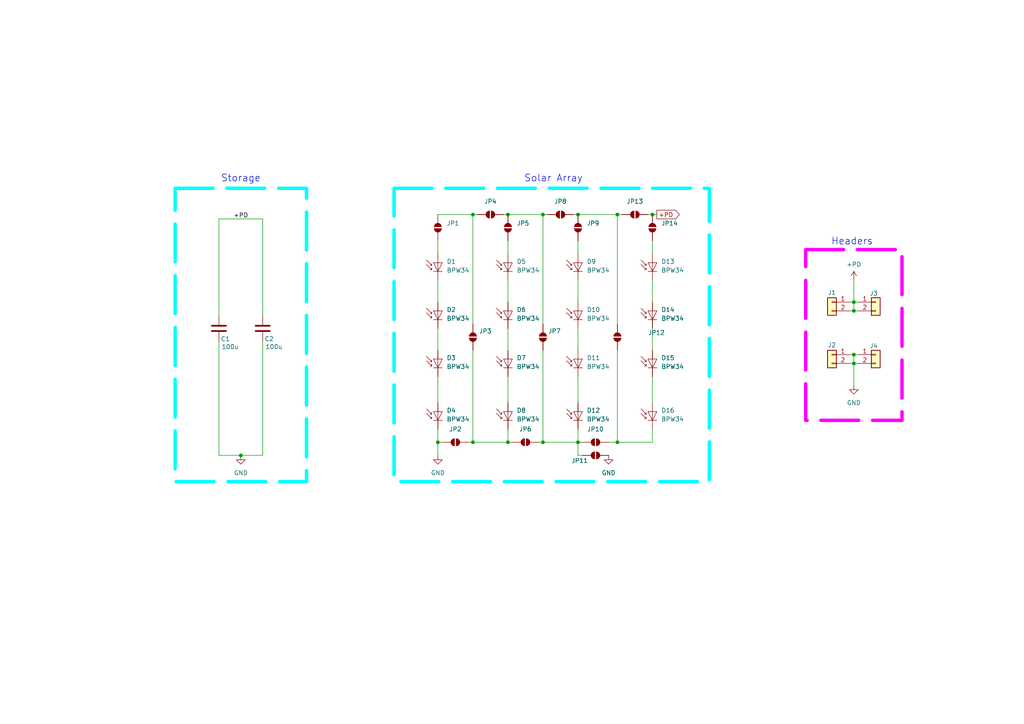
<source format=kicad_sch>
(kicad_sch (version 20250114) (generator "eeschema") (generator_version "9.0")
  (paper "A4")
  (lib_symbols
    (symbol "Connector_Generic:Conn_01x02" (pin_names (offset 1.016) (hide yes))
      (property "Reference" "J" (at 0 2.54 0))
      (property "Value" "Conn_01x02" (at 0 -5.08 0))
      (symbol "Conn_01x02_1_1"
        (rectangle (start -1.27 1.27) (end 1.27 -3.81) (stroke (width 0.254)) (fill (type background)))
        (rectangle (start -1.27 0.127) (end 0 -0.127) (stroke (width 0.1524)))
        (rectangle (start -1.27 -2.413) (end 0 -2.667) (stroke (width 0.1524)))
        (pin passive line (at -5.08 0 0) (length 3.81) (name "Pin_1") (number "1"))
        (pin passive line (at -5.08 -2.54 0) (length 3.81) (name "Pin_2") (number "2"))
      )
    )
    (symbol "Device:C" (pin_numbers (hide yes)) (pin_names (offset 0.254))
      (property "Reference" "C" (at 0.635 2.54 0))
      (property "Value" "C" (at 0.635 -2.54 0))
      (symbol "C_0_1"
        (polyline (pts (xy -2.032 0.762) (xy 2.032 0.762)) (stroke (width 0.508)))
        (polyline (pts (xy -2.032 -0.762) (xy 2.032 -0.762)) (stroke (width 0.508)))
      )
      (symbol "C_1_1"
        (pin passive line (at 0 3.81 270) (length 2.794) (name "~") (number "1"))
        (pin passive line (at 0 -3.81 90) (length 2.794) (name "~") (number "2"))
      )
    )
    (symbol "Jumper:SolderJumper_2_Open" (pin_numbers (hide yes)) (pin_names (offset 0) (hide yes)) (exclude_from_sim yes) (in_bom no)
      (property "Reference" "JP" (at 0 2.032 0))
      (property "Value" "SolderJumper_2_Open" (at 0 -2.54 0))
      (symbol "SolderJumper_2_Open_0_1"
        (polyline (pts (xy -0.254 1.016) (xy -0.254 -1.016)))
        (arc (start -0.254 -1.016) (mid -1.2656 0) (end -0.254 1.016))
        (arc (start -0.254 -1.016) (mid -1.2656 0) (end -0.254 1.016) (fill (type outline)))
        (arc (start 0.254 1.016) (mid 1.2656 0) (end 0.254 -1.016))
        (arc (start 0.254 1.016) (mid 1.2656 0) (end 0.254 -1.016) (fill (type outline)))
        (polyline (pts (xy 0.254 1.016) (xy 0.254 -1.016)))
      )
      (symbol "SolderJumper_2_Open_1_1"
        (pin passive line (at -3.81 0 0) (length 2.54) (name "A") (number "1"))
        (pin passive line (at 3.81 0 180) (length 2.54) (name "B") (number "2"))
      )
    )
    (symbol "Sensor_Optical:BPW34" (pin_numbers (hide yes)) (pin_names (offset 1.016) (hide yes))
      (property "Reference" "D" (at 0.508 1.778 0))
      (property "Value" "BPW34" (at -1.016 -2.794 0))
      (symbol "BPW34_0_1"
        (polyline (pts (xy -2.54 1.27) (xy -2.54 -1.27)) (stroke (width 0.1524)))
        (polyline (pts (xy -2.032 1.778) (xy -1.524 1.778)))
        (polyline (pts (xy -0.508 3.302) (xy -2.032 1.778) (xy -2.032 2.286)))
        (polyline (pts (xy 0 1.27) (xy -2.54 0) (xy 0 -1.27)))
        (polyline (pts (xy 0 0) (xy -2.54 0)))
        (polyline (pts (xy 0 -1.27) (xy 0 1.27)))
        (polyline (pts (xy 0.762 3.302) (xy -0.762 1.778) (xy -0.762 2.286) (xy -0.762 1.778) (xy -0.254 1.778)))
      )
      (symbol "BPW34_1_1"
        (pin passive line (at -5.08 0 0) (length 2.54) (name "K") (number "1"))
        (pin passive line (at 2.54 0 180) (length 2.54) (name "A") (number "2"))
      )
    )
    (symbol "power:GND" (power) (pin_numbers (hide yes)) (pin_names (offset 0) (hide yes))
      (property "Value" "GND" (at 0 -3.81 0))
      (symbol "GND_0_1"
        (polyline (pts (xy 0 0) (xy 0 -1.27) (xy 1.27 -1.27) (xy 0 -2.54) (xy -1.27 -1.27) (xy 0 -1.27)))
      )
      (symbol "GND_1_1"
        (pin power_in line (at 0 0 270) (length 0) (name "~") (number "1"))
      )
    )
    (symbol "power:VCC" (power) (pin_numbers (hide yes)) (pin_names (offset 0) (hide yes))
      (property "Value" "VCC" (at 0 3.556 0))
      (symbol "VCC_0_1"
        (polyline (pts (xy -0.762 1.27) (xy 0 2.54)))
        (polyline (pts (xy 0 2.54) (xy 0.762 1.27)))
        (polyline (pts (xy 0 0) (xy 0 2.54)))
      )
      (symbol "VCC_1_1"
        (pin power_in line (at 0 0 90) (length 0) (name "~") (number "1"))
      )
    )
  )
  (rectangle (start 233.68 72.39) (end 261.62 121.92) (stroke (width 1) (type dash) (color 255 0 255 0.6)))
  (rectangle (start 50.8 54.61) (end 88.9 139.7) (stroke (width 1) (type dash) (color 0 255 255 0.5)))
  (rectangle (start 114.3 54.61) (end 205.74 139.7) (stroke (width 1) (type dash) (color 0 255 255 0.5)))
  (text "Solar Array\n" (at 160.528 51.816 0) (effects (font (size 2 2))))
  (text "Storage" (at 69.85 51.816 0) (effects (font (size 2 2))))
  (text "Headers" (at 247.142 70.104 0) (effects (font (size 2 2))))
  (junction (at 179.07 128.27))
  (junction (at 127 128.27))
  (junction (at 147.32 62.23))
  (junction (at 137.16 128.27))
  (junction (at 69.85 132.08))
  (junction (at 247.65 102.87))
  (junction (at 167.64 128.27))
  (junction (at 179.07 62.23))
  (junction (at 157.48 62.23))
  (junction (at 167.64 62.23))
  (junction (at 247.65 90.17))
  (junction (at 189.23 62.23))
  (junction (at 157.48 128.27))
  (junction (at 247.65 87.63))
  (junction (at 247.65 105.41))
  (junction (at 147.32 128.27))
  (junction (at 137.16 62.23))
  (wire (pts (xy 148.59 128.27) (xy 147.32 128.27)))
  (wire (pts (xy 179.07 128.27) (xy 189.23 128.27)))
  (wire (pts (xy 187.96 62.23) (xy 189.23 62.23)))
  (wire (pts (xy 69.85 132.08) (xy 76.2 132.08)))
  (wire (pts (xy 189.23 124.46) (xy 189.23 128.27)))
  (wire (pts (xy 189.23 73.66) (xy 189.23 69.85)))
  (wire (pts (xy 63.5 63.5) (xy 76.2 63.5)))
  (wire (pts (xy 247.65 81.28) (xy 247.65 87.63)))
  (wire (pts (xy 63.5 132.08) (xy 69.85 132.08)))
  (wire (pts (xy 176.53 128.27) (xy 179.07 128.27)))
  (wire (pts (xy 189.23 95.25) (xy 189.23 101.6)))
  (wire (pts (xy 157.48 93.98) (xy 157.48 62.23)))
  (wire (pts (xy 147.32 124.46) (xy 147.32 128.27)))
  (wire (pts (xy 167.64 128.27) (xy 168.91 128.27)))
  (wire (pts (xy 167.64 109.22) (xy 167.64 116.84)))
  (wire (pts (xy 189.23 109.22) (xy 189.23 116.84)))
  (wire (pts (xy 246.38 105.41) (xy 247.65 105.41)))
  (wire (pts (xy 127 62.23) (xy 137.16 62.23)))
  (wire (pts (xy 167.64 95.25) (xy 167.64 101.6)))
  (wire (pts (xy 127 95.25) (xy 127 101.6)))
  (wire (pts (xy 189.23 62.23) (xy 190.5 62.23)))
  (wire (pts (xy 147.32 73.66) (xy 147.32 69.85)))
  (wire (pts (xy 167.64 69.85) (xy 167.64 73.66)))
  (wire (pts (xy 127 124.46) (xy 127 128.27)))
  (wire (pts (xy 189.23 81.28) (xy 189.23 87.63)))
  (wire (pts (xy 63.5 91.44) (xy 63.5 63.5)))
  (wire (pts (xy 157.48 101.6) (xy 157.48 128.27)))
  (wire (pts (xy 247.65 102.87) (xy 247.65 105.41)))
  (wire (pts (xy 137.16 128.27) (xy 147.32 128.27)))
  (wire (pts (xy 63.5 99.06) (xy 63.5 132.08)))
  (wire (pts (xy 246.38 90.17) (xy 247.65 90.17)))
  (wire (pts (xy 247.65 90.17) (xy 248.92 90.17)))
  (wire (pts (xy 247.65 102.87) (xy 248.92 102.87)))
  (wire (pts (xy 147.32 81.28) (xy 147.32 87.63)))
  (wire (pts (xy 247.65 105.41) (xy 247.65 111.76)))
  (wire (pts (xy 146.05 62.23) (xy 147.32 62.23)))
  (wire (pts (xy 127 109.22) (xy 127 116.84)))
  (wire (pts (xy 167.64 81.28) (xy 167.64 87.63)))
  (wire (pts (xy 156.21 128.27) (xy 157.48 128.27)))
  (wire (pts (xy 147.32 95.25) (xy 147.32 101.6)))
  (wire (pts (xy 167.64 62.23) (xy 179.07 62.23)))
  (wire (pts (xy 137.16 101.6) (xy 137.16 128.27)))
  (wire (pts (xy 167.64 124.46) (xy 167.64 128.27)))
  (wire (pts (xy 179.07 101.6) (xy 179.07 128.27)))
  (wire (pts (xy 179.07 62.23) (xy 180.34 62.23)))
  (wire (pts (xy 179.07 93.98) (xy 179.07 62.23)))
  (wire (pts (xy 157.48 62.23) (xy 158.75 62.23)))
  (wire (pts (xy 147.32 62.23) (xy 157.48 62.23)))
  (wire (pts (xy 166.37 62.23) (xy 167.64 62.23)))
  (wire (pts (xy 137.16 93.98) (xy 137.16 62.23)))
  (wire (pts (xy 76.2 132.08) (xy 76.2 99.06)))
  (wire (pts (xy 246.38 102.87) (xy 247.65 102.87)))
  (wire (pts (xy 127 69.85) (xy 127 73.66)))
  (wire (pts (xy 248.92 105.41) (xy 247.65 105.41)))
  (wire (pts (xy 127 132.08) (xy 127 128.27)))
  (wire (pts (xy 147.32 109.22) (xy 147.32 116.84)))
  (wire (pts (xy 137.16 62.23) (xy 138.43 62.23)))
  (wire (pts (xy 135.89 128.27) (xy 137.16 128.27)))
  (wire (pts (xy 127 81.28) (xy 127 87.63)))
  (wire (pts (xy 168.91 132.08) (xy 167.64 132.08)))
  (wire (pts (xy 127 128.27) (xy 128.27 128.27)))
  (wire (pts (xy 247.65 87.63) (xy 247.65 90.17)))
  (wire (pts (xy 247.65 87.63) (xy 248.92 87.63)))
  (wire (pts (xy 76.2 63.5) (xy 76.2 91.44)))
  (wire (pts (xy 246.38 87.63) (xy 247.65 87.63)))
  (wire (pts (xy 157.48 128.27) (xy 167.64 128.27)))
  (wire (pts (xy 167.64 128.27) (xy 167.64 132.08)))
  (label "+PD" (at 69.85 63.5 0))
  (global_label "+PD" (shape output) (at 190.5 62.23 0) (property "Intersheetrefs" "${INTERSHEET_REFS}" (effects (hide yes))))
  (symbol (lib_id "Sensor_Optical:BPW34") (at 167.64 119.38 90) (unit 1)
    (property "Reference" "D12" (at 170.18 119.037 90) (effects (justify right)))
    (property "Value" "BPW34" (at 170.18 121.577 90) (effects (justify right)))
    (property "Footprint" "OptoDevice:Osram_DIL2_4.3x4.65mm_P5.08mm" (effects (hide yes)))
    (property "Datasheet" "http://www.vishay.com/docs/81521/bpw34.pdf" (effects (hide yes)))
    (property "Description" "Silicon PIN Photodiode" (effects (hide yes)))
  )
  (symbol (lib_id "Sensor_Optical:BPW34") (at 167.64 76.2 90) (unit 1)
    (property "Reference" "D9" (at 170.18 75.857 90) (effects (justify right)))
    (property "Value" "BPW34" (at 170.18 78.397 90) (effects (justify right)))
    (property "Footprint" "OptoDevice:Osram_DIL2_4.3x4.65mm_P5.08mm" (effects (hide yes)))
    (property "Datasheet" "http://www.vishay.com/docs/81521/bpw34.pdf" (effects (hide yes)))
    (property "Description" "Silicon PIN Photodiode" (effects (hide yes)))
  )
  (symbol (lib_id "Sensor_Optical:BPW34") (at 189.23 104.14 90) (unit 1)
    (property "Reference" "D15" (at 191.77 103.797 90) (effects (justify right)))
    (property "Value" "BPW34" (at 191.77 106.337 90) (effects (justify right)))
    (property "Footprint" "OptoDevice:Osram_DIL2_4.3x4.65mm_P5.08mm" (effects (hide yes)))
    (property "Datasheet" "http://www.vishay.com/docs/81521/bpw34.pdf" (effects (hide yes)))
    (property "Description" "Silicon PIN Photodiode" (effects (hide yes)))
  )
  (symbol (lib_id "Jumper:SolderJumper_2_Open") (at 189.23 66.04 90) (unit 1) (exclude_from_sim yes) (in_bom no)
    (property "Reference" "JP14" (at 191.77 64.7699 90) (effects (justify right)))
    (property "Value" "SolderJumper_2_Open" (effects (hide yes)))
    (property "Footprint" "Jumper:SolderJumper-2_P1.3mm_Open_RoundedPad1.0x1.5mm" (effects (hide yes)))
    (property "Description" "Solder Jumper, 2-pole, open" (effects (hide yes)))
  )
  (symbol (lib_id "Connector_Generic:Conn_01x02") (at 241.3 87.63 0) (mirror y) (unit 1)
    (property "Reference" "J1" (at 241.3 84.836 0))
    (property "Value" "Conn_01x02" (effects (hide yes)))
    (property "Footprint" "Connector_PinSocket_2.54mm:PinSocket_1x02_P2.54mm_Vertical" (effects (hide yes)))
    (property "Description" "Generic connector, single row, 01x02, script generated (kicad-library-utils/schlib/autogen/connector/)" (effects (hide yes)))
  )
  (symbol (lib_id "Jumper:SolderJumper_2_Open") (at 172.72 132.08 180) (unit 1) (exclude_from_sim yes) (in_bom no)
    (property "Reference" "JP11" (at 168.148 133.604 0))
    (property "Value" "SolderJumper_2_Open" (effects (hide yes)))
    (property "Footprint" "Jumper:SolderJumper-2_P1.3mm_Open_RoundedPad1.0x1.5mm" (effects (hide yes)))
    (property "Description" "Solder Jumper, 2-pole, open" (effects (hide yes)))
  )
  (symbol (lib_id "Jumper:SolderJumper_2_Open") (at 172.72 128.27 180) (unit 1) (exclude_from_sim yes) (in_bom no)
    (property "Reference" "JP10" (at 172.72 124.46 0))
    (property "Value" "SolderJumper_2_Open" (effects (hide yes)))
    (property "Footprint" "Jumper:SolderJumper-2_P1.3mm_Open_RoundedPad1.0x1.5mm" (effects (hide yes)))
    (property "Description" "Solder Jumper, 2-pole, open" (effects (hide yes)))
  )
  (symbol (lib_id "Device:C") (at 63.5 95.25 0) (unit 1)
    (property "Reference" "C1" (at 64.008 98.298 0) (effects (justify left)))
    (property "Value" "100u" (at 64.262 100.584 0) (effects (justify left)))
    (property "Footprint" "Capacitor_SMD:C_1210_3225Metric_Pad1.33x2.70mm_HandSolder" (effects (hide yes)))
    (property "Description" "Unpolarized capacitor" (effects (hide yes)))
  )
  (symbol (lib_id "power:GND") (at 247.65 111.76 0) (unit 1)
    (property "Reference" "#PWR05" (effects (hide yes)))
    (property "Value" "GND" (at 247.65 116.84 0))
    (property "Description" "Power symbol creates a global label with name \"GND\" , ground" (effects (hide yes)))
  )
  (symbol (lib_id "Jumper:SolderJumper_2_Open") (at 157.48 97.79 90) (unit 1) (exclude_from_sim yes) (in_bom no)
    (property "Reference" "JP7" (at 159.004 96.012 90) (effects (justify right)))
    (property "Value" "SolderJumper_2_Open" (effects (hide yes)))
    (property "Footprint" "Jumper:SolderJumper-2_P1.3mm_Open_RoundedPad1.0x1.5mm" (effects (hide yes)))
    (property "Description" "Solder Jumper, 2-pole, open" (effects (hide yes)))
  )
  (symbol (lib_id "power:GND") (at 69.85 132.08 0) (unit 1)
    (property "Reference" "#PWR01" (effects (hide yes)))
    (property "Value" "GND" (at 69.85 137.16 0))
    (property "Description" "Power symbol creates a global label with name \"GND\" , ground" (effects (hide yes)))
  )
  (symbol (lib_id "Sensor_Optical:BPW34") (at 127 119.38 90) (unit 1)
    (property "Reference" "D4" (at 129.54 119.037 90) (effects (justify right)))
    (property "Value" "BPW34" (at 129.54 121.577 90) (effects (justify right)))
    (property "Footprint" "OptoDevice:Osram_DIL2_4.3x4.65mm_P5.08mm" (effects (hide yes)))
    (property "Datasheet" "http://www.vishay.com/docs/81521/bpw34.pdf" (effects (hide yes)))
    (property "Description" "Silicon PIN Photodiode" (effects (hide yes)))
  )
  (symbol (lib_id "Jumper:SolderJumper_2_Open") (at 137.16 97.79 90) (unit 1) (exclude_from_sim yes) (in_bom no)
    (property "Reference" "JP3" (at 138.938 96.012 90) (effects (justify right)))
    (property "Value" "SolderJumper_2_Open" (effects (hide yes)))
    (property "Footprint" "Jumper:SolderJumper-2_P1.3mm_Open_RoundedPad1.0x1.5mm" (effects (hide yes)))
    (property "Description" "Solder Jumper, 2-pole, open" (effects (hide yes)))
  )
  (symbol (lib_id "Jumper:SolderJumper_2_Open") (at 142.24 62.23 180) (unit 1) (exclude_from_sim yes) (in_bom no)
    (property "Reference" "JP4" (at 142.24 58.42 0))
    (property "Value" "SolderJumper_2_Open" (effects (hide yes)))
    (property "Footprint" "Jumper:SolderJumper-2_P1.3mm_Open_RoundedPad1.0x1.5mm" (effects (hide yes)))
    (property "Description" "Solder Jumper, 2-pole, open" (effects (hide yes)))
  )
  (symbol (lib_id "Sensor_Optical:BPW34") (at 167.64 90.17 90) (unit 1)
    (property "Reference" "D10" (at 170.18 89.827 90) (effects (justify right)))
    (property "Value" "BPW34" (at 170.18 92.367 90) (effects (justify right)))
    (property "Footprint" "OptoDevice:Osram_DIL2_4.3x4.65mm_P5.08mm" (effects (hide yes)))
    (property "Datasheet" "http://www.vishay.com/docs/81521/bpw34.pdf" (effects (hide yes)))
    (property "Description" "Silicon PIN Photodiode" (effects (hide yes)))
  )
  (symbol (lib_id "Sensor_Optical:BPW34") (at 189.23 119.38 90) (unit 1)
    (property "Reference" "D16" (at 191.77 119.037 90) (effects (justify right)))
    (property "Value" "BPW34" (at 191.77 121.577 90) (effects (justify right)))
    (property "Footprint" "OptoDevice:Osram_DIL2_4.3x4.65mm_P5.08mm" (effects (hide yes)))
    (property "Datasheet" "http://www.vishay.com/docs/81521/bpw34.pdf" (effects (hide yes)))
    (property "Description" "Silicon PIN Photodiode" (effects (hide yes)))
  )
  (symbol (lib_id "Jumper:SolderJumper_2_Open") (at 152.4 128.27 180) (unit 1) (exclude_from_sim yes) (in_bom no)
    (property "Reference" "JP6" (at 152.4 124.46 0))
    (property "Value" "SolderJumper_2_Open" (effects (hide yes)))
    (property "Footprint" "Jumper:SolderJumper-2_P1.3mm_Open_RoundedPad1.0x1.5mm" (effects (hide yes)))
    (property "Description" "Solder Jumper, 2-pole, open" (effects (hide yes)))
  )
  (symbol (lib_id "Jumper:SolderJumper_2_Open") (at 147.32 66.04 90) (unit 1) (exclude_from_sim yes) (in_bom no)
    (property "Reference" "JP5" (at 149.86 64.7699 90) (effects (justify right)))
    (property "Value" "SolderJumper_2_Open" (effects (hide yes)))
    (property "Footprint" "Jumper:SolderJumper-2_P1.3mm_Open_RoundedPad1.0x1.5mm" (effects (hide yes)))
    (property "Description" "Solder Jumper, 2-pole, open" (effects (hide yes)))
  )
  (symbol (lib_id "Connector_Generic:Conn_01x02") (at 254 87.63 0) (unit 1)
    (property "Reference" "J3" (at 252.222 85.09 0) (effects (justify left)))
    (property "Value" "Conn_01x02" (effects (hide yes)))
    (property "Footprint" "Connector_PinSocket_2.54mm:PinSocket_1x02_P2.54mm_Vertical" (effects (hide yes)))
    (property "Description" "Generic connector, single row, 01x02, script generated (kicad-library-utils/schlib/autogen/connector/)" (effects (hide yes)))
  )
  (symbol (lib_id "Sensor_Optical:BPW34") (at 147.32 76.2 90) (unit 1)
    (property "Reference" "D5" (at 149.86 75.857 90) (effects (justify right)))
    (property "Value" "BPW34" (at 149.86 78.397 90) (effects (justify right)))
    (property "Footprint" "OptoDevice:Osram_DIL2_4.3x4.65mm_P5.08mm" (effects (hide yes)))
    (property "Datasheet" "http://www.vishay.com/docs/81521/bpw34.pdf" (effects (hide yes)))
    (property "Description" "Silicon PIN Photodiode" (effects (hide yes)))
  )
  (symbol (lib_id "Device:C") (at 76.2 95.25 0) (unit 1)
    (property "Reference" "C2" (at 76.708 98.298 0) (effects (justify left)))
    (property "Value" "100u" (at 76.962 100.584 0) (effects (justify left)))
    (property "Footprint" "Capacitor_SMD:C_1210_3225Metric_Pad1.33x2.70mm_HandSolder" (effects (hide yes)))
    (property "Description" "Unpolarized capacitor" (effects (hide yes)))
  )
  (symbol (lib_id "Sensor_Optical:BPW34") (at 189.23 90.17 90) (unit 1)
    (property "Reference" "D14" (at 191.77 89.827 90) (effects (justify right)))
    (property "Value" "BPW34" (at 191.77 92.367 90) (effects (justify right)))
    (property "Footprint" "OptoDevice:Osram_DIL2_4.3x4.65mm_P5.08mm" (effects (hide yes)))
    (property "Datasheet" "http://www.vishay.com/docs/81521/bpw34.pdf" (effects (hide yes)))
    (property "Description" "Silicon PIN Photodiode" (effects (hide yes)))
  )
  (symbol (lib_id "Sensor_Optical:BPW34") (at 147.32 104.14 90) (unit 1)
    (property "Reference" "D7" (at 149.86 103.797 90) (effects (justify right)))
    (property "Value" "BPW34" (at 149.86 106.337 90) (effects (justify right)))
    (property "Footprint" "OptoDevice:Osram_DIL2_4.3x4.65mm_P5.08mm" (effects (hide yes)))
    (property "Datasheet" "http://www.vishay.com/docs/81521/bpw34.pdf" (effects (hide yes)))
    (property "Description" "Silicon PIN Photodiode" (effects (hide yes)))
  )
  (symbol (lib_id "Jumper:SolderJumper_2_Open") (at 127 66.04 90) (unit 1) (exclude_from_sim yes) (in_bom no)
    (property "Reference" "JP1" (at 129.54 64.7699 90) (effects (justify right)))
    (property "Value" "SolderJumper_2_Open" (effects (hide yes)))
    (property "Footprint" "Jumper:SolderJumper-2_P1.3mm_Open_RoundedPad1.0x1.5mm" (effects (hide yes)))
    (property "Description" "Solder Jumper, 2-pole, open" (effects (hide yes)))
  )
  (symbol (lib_id "power:VCC") (at 247.65 81.28 0) (unit 1)
    (property "Reference" "#PWR04" (effects (hide yes)))
    (property "Value" "+PD" (at 247.65 76.708 0))
    (property "Description" "Power symbol creates a global label with name \"VCC\"" (effects (hide yes)))
  )
  (symbol (lib_id "Jumper:SolderJumper_2_Open") (at 132.08 128.27 180) (unit 1) (exclude_from_sim yes) (in_bom no)
    (property "Reference" "JP2" (at 132.08 124.46 0))
    (property "Value" "SolderJumper_2_Open" (effects (hide yes)))
    (property "Footprint" "Jumper:SolderJumper-2_P1.3mm_Open_RoundedPad1.0x1.5mm" (effects (hide yes)))
    (property "Description" "Solder Jumper, 2-pole, open" (effects (hide yes)))
  )
  (symbol (lib_id "Connector_Generic:Conn_01x02") (at 241.3 102.87 0) (mirror y) (unit 1)
    (property "Reference" "J2" (at 241.3 100.076 0))
    (property "Value" "Conn_01x02" (effects (hide yes)))
    (property "Footprint" "Connector_PinSocket_2.54mm:PinSocket_1x02_P2.54mm_Vertical" (effects (hide yes)))
    (property "Description" "Generic connector, single row, 01x02, script generated (kicad-library-utils/schlib/autogen/connector/)" (effects (hide yes)))
  )
  (symbol (lib_id "Jumper:SolderJumper_2_Open") (at 184.15 62.23 180) (unit 1) (exclude_from_sim yes) (in_bom no)
    (property "Reference" "JP13" (at 184.15 58.42 0))
    (property "Value" "SolderJumper_2_Open" (effects (hide yes)))
    (property "Footprint" "Jumper:SolderJumper-2_P1.3mm_Open_RoundedPad1.0x1.5mm" (effects (hide yes)))
    (property "Description" "Solder Jumper, 2-pole, open" (effects (hide yes)))
  )
  (symbol (lib_id "Connector_Generic:Conn_01x02") (at 254 102.87 0) (unit 1)
    (property "Reference" "J4" (at 252.222 100.33 0) (effects (justify left)))
    (property "Value" "Conn_01x02" (effects (hide yes)))
    (property "Footprint" "Connector_PinSocket_2.54mm:PinSocket_1x02_P2.54mm_Vertical" (effects (hide yes)))
    (property "Description" "Generic connector, single row, 01x02, script generated (kicad-library-utils/schlib/autogen/connector/)" (effects (hide yes)))
  )
  (symbol (lib_id "Sensor_Optical:BPW34") (at 147.32 90.17 90) (unit 1)
    (property "Reference" "D6" (at 149.86 89.827 90) (effects (justify right)))
    (property "Value" "BPW34" (at 149.86 92.367 90) (effects (justify right)))
    (property "Footprint" "OptoDevice:Osram_DIL2_4.3x4.65mm_P5.08mm" (effects (hide yes)))
    (property "Datasheet" "http://www.vishay.com/docs/81521/bpw34.pdf" (effects (hide yes)))
    (property "Description" "Silicon PIN Photodiode" (effects (hide yes)))
  )
  (symbol (lib_id "Sensor_Optical:BPW34") (at 127 90.17 90) (unit 1)
    (property "Reference" "D2" (at 129.54 89.827 90) (effects (justify right)))
    (property "Value" "BPW34" (at 129.54 92.367 90) (effects (justify right)))
    (property "Footprint" "OptoDevice:Osram_DIL2_4.3x4.65mm_P5.08mm" (effects (hide yes)))
    (property "Datasheet" "http://www.vishay.com/docs/81521/bpw34.pdf" (effects (hide yes)))
    (property "Description" "Silicon PIN Photodiode" (effects (hide yes)))
  )
  (symbol (lib_id "Sensor_Optical:BPW34") (at 127 104.14 90) (unit 1)
    (property "Reference" "D3" (at 129.54 103.797 90) (effects (justify right)))
    (property "Value" "BPW34" (at 129.54 106.337 90) (effects (justify right)))
    (property "Footprint" "OptoDevice:Osram_DIL2_4.3x4.65mm_P5.08mm" (effects (hide yes)))
    (property "Datasheet" "http://www.vishay.com/docs/81521/bpw34.pdf" (effects (hide yes)))
    (property "Description" "Silicon PIN Photodiode" (effects (hide yes)))
  )
  (symbol (lib_id "Sensor_Optical:BPW34") (at 189.23 76.2 90) (unit 1)
    (property "Reference" "D13" (at 191.77 75.857 90) (effects (justify right)))
    (property "Value" "BPW34" (at 191.77 78.397 90) (effects (justify right)))
    (property "Footprint" "OptoDevice:Osram_DIL2_4.3x4.65mm_P5.08mm" (effects (hide yes)))
    (property "Datasheet" "http://www.vishay.com/docs/81521/bpw34.pdf" (effects (hide yes)))
    (property "Description" "Silicon PIN Photodiode" (effects (hide yes)))
  )
  (symbol (lib_id "Sensor_Optical:BPW34") (at 127 76.2 90) (unit 1)
    (property "Reference" "D1" (at 129.54 75.857 90) (effects (justify right)))
    (property "Value" "BPW34" (at 129.54 78.397 90) (effects (justify right)))
    (property "Footprint" "OptoDevice:Osram_DIL2_4.3x4.65mm_P5.08mm" (effects (hide yes)))
    (property "Datasheet" "http://www.vishay.com/docs/81521/bpw34.pdf" (effects (hide yes)))
    (property "Description" "Silicon PIN Photodiode" (effects (hide yes)))
  )
  (symbol (lib_id "Jumper:SolderJumper_2_Open") (at 162.56 62.23 180) (unit 1) (exclude_from_sim yes) (in_bom no)
    (property "Reference" "JP8" (at 162.56 58.42 0))
    (property "Value" "SolderJumper_2_Open" (effects (hide yes)))
    (property "Footprint" "Jumper:SolderJumper-2_P1.3mm_Open_RoundedPad1.0x1.5mm" (effects (hide yes)))
    (property "Description" "Solder Jumper, 2-pole, open" (effects (hide yes)))
  )
  (symbol (lib_id "Sensor_Optical:BPW34") (at 167.64 104.14 90) (unit 1)
    (property "Reference" "D11" (at 170.18 103.797 90) (effects (justify right)))
    (property "Value" "BPW34" (at 170.18 106.337 90) (effects (justify right)))
    (property "Footprint" "OptoDevice:Osram_DIL2_4.3x4.65mm_P5.08mm" (effects (hide yes)))
    (property "Datasheet" "http://www.vishay.com/docs/81521/bpw34.pdf" (effects (hide yes)))
    (property "Description" "Silicon PIN Photodiode" (effects (hide yes)))
  )
  (symbol (lib_id "Jumper:SolderJumper_2_Open") (at 179.07 97.79 90) (unit 1) (exclude_from_sim yes) (in_bom no)
    (property "Reference" "JP12" (at 187.96 96.5199 90) (effects (justify right)))
    (property "Value" "SolderJumper_2_Open" (effects (hide yes)))
    (property "Footprint" "Jumper:SolderJumper-2_P1.3mm_Open_RoundedPad1.0x1.5mm" (effects (hide yes)))
    (property "Description" "Solder Jumper, 2-pole, open" (effects (hide yes)))
  )
  (symbol (lib_id "Jumper:SolderJumper_2_Open") (at 167.64 66.04 90) (unit 1) (exclude_from_sim yes) (in_bom no)
    (property "Reference" "JP9" (at 170.18 64.7699 90) (effects (justify right)))
    (property "Value" "SolderJumper_2_Open" (effects (hide yes)))
    (property "Footprint" "Jumper:SolderJumper-2_P1.3mm_Open_RoundedPad1.0x1.5mm" (effects (hide yes)))
    (property "Description" "Solder Jumper, 2-pole, open" (effects (hide yes)))
  )
  (symbol (lib_id "Sensor_Optical:BPW34") (at 147.32 119.38 90) (unit 1)
    (property "Reference" "D8" (at 149.86 119.037 90) (effects (justify right)))
    (property "Value" "BPW34" (at 149.86 121.577 90) (effects (justify right)))
    (property "Footprint" "OptoDevice:Osram_DIL2_4.3x4.65mm_P5.08mm" (effects (hide yes)))
    (property "Datasheet" "http://www.vishay.com/docs/81521/bpw34.pdf" (effects (hide yes)))
    (property "Description" "Silicon PIN Photodiode" (effects (hide yes)))
  )
  (symbol (lib_id "power:GND") (at 176.53 132.08 0) (unit 1)
    (property "Reference" "#PWR03" (effects (hide yes)))
    (property "Value" "GND" (at 176.53 137.16 0))
    (property "Description" "Power symbol creates a global label with name \"GND\" , ground" (effects (hide yes)))
  )
  (symbol (lib_id "power:GND") (at 127 132.08 0) (unit 1)
    (property "Reference" "#PWR02" (effects (hide yes)))
    (property "Value" "GND" (at 127 137.16 0))
    (property "Description" "Power symbol creates a global label with name \"GND\" , ground" (effects (hide yes)))
  )
)
</source>
